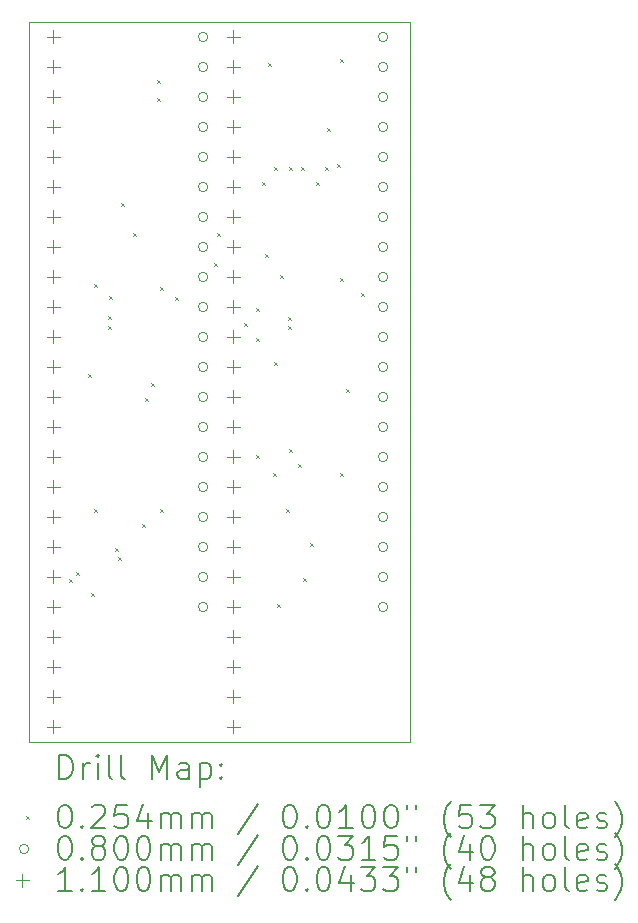
<source format=gbr>
%FSLAX45Y45*%
G04 Gerber Fmt 4.5, Leading zero omitted, Abs format (unit mm)*
G04 Created by KiCad (PCBNEW (6.0.5)) date 2024-06-24 20:21:12*
%MOMM*%
%LPD*%
G01*
G04 APERTURE LIST*
%TA.AperFunction,Profile*%
%ADD10C,0.050000*%
%TD*%
%ADD11C,0.200000*%
%ADD12C,0.025400*%
%ADD13C,0.080000*%
%ADD14C,0.110000*%
G04 APERTURE END LIST*
D10*
X15163800Y-14249400D02*
X15163800Y-8153400D01*
X18389600Y-14249400D02*
X15163800Y-14249400D01*
X15163800Y-8153400D02*
X18389600Y-8153400D01*
X18389600Y-8153400D02*
X18389600Y-14249400D01*
D11*
D12*
X15502084Y-12869716D02*
X15527484Y-12895116D01*
X15527484Y-12869716D02*
X15502084Y-12895116D01*
X15557500Y-12814300D02*
X15582900Y-12839700D01*
X15582900Y-12814300D02*
X15557500Y-12839700D01*
X15659100Y-11137900D02*
X15684500Y-11163300D01*
X15684500Y-11137900D02*
X15659100Y-11163300D01*
X15684500Y-12992100D02*
X15709900Y-13017500D01*
X15709900Y-12992100D02*
X15684500Y-13017500D01*
X15709900Y-10375900D02*
X15735300Y-10401300D01*
X15735300Y-10375900D02*
X15709900Y-10401300D01*
X15709900Y-12280900D02*
X15735300Y-12306300D01*
X15735300Y-12280900D02*
X15709900Y-12306300D01*
X15830920Y-10646587D02*
X15856320Y-10671987D01*
X15856320Y-10646587D02*
X15830920Y-10671987D01*
X15830920Y-10731500D02*
X15856320Y-10756900D01*
X15856320Y-10731500D02*
X15830920Y-10756900D01*
X15836900Y-10477500D02*
X15862300Y-10502900D01*
X15862300Y-10477500D02*
X15836900Y-10502900D01*
X15887700Y-12611100D02*
X15913100Y-12636500D01*
X15913100Y-12611100D02*
X15887700Y-12636500D01*
X15913100Y-12687300D02*
X15938500Y-12712700D01*
X15938500Y-12687300D02*
X15913100Y-12712700D01*
X15938500Y-9690100D02*
X15963900Y-9715500D01*
X15963900Y-9690100D02*
X15938500Y-9715500D01*
X16040100Y-9944100D02*
X16065500Y-9969500D01*
X16065500Y-9944100D02*
X16040100Y-9969500D01*
X16116300Y-12407900D02*
X16141700Y-12433300D01*
X16141700Y-12407900D02*
X16116300Y-12433300D01*
X16141700Y-11341100D02*
X16167100Y-11366500D01*
X16167100Y-11341100D02*
X16141700Y-11366500D01*
X16198480Y-11209872D02*
X16223880Y-11235272D01*
X16223880Y-11209872D02*
X16198480Y-11235272D01*
X16243300Y-8648700D02*
X16268700Y-8674100D01*
X16268700Y-8648700D02*
X16243300Y-8674100D01*
X16243300Y-8801100D02*
X16268700Y-8826500D01*
X16268700Y-8801100D02*
X16243300Y-8826500D01*
X16268700Y-10401300D02*
X16294100Y-10426700D01*
X16294100Y-10401300D02*
X16268700Y-10426700D01*
X16268700Y-12280900D02*
X16294100Y-12306300D01*
X16294100Y-12280900D02*
X16268700Y-12306300D01*
X16398281Y-10479000D02*
X16423681Y-10504400D01*
X16423681Y-10479000D02*
X16398281Y-10504400D01*
X16725900Y-10198100D02*
X16751300Y-10223500D01*
X16751300Y-10198100D02*
X16725900Y-10223500D01*
X16751300Y-9944100D02*
X16776700Y-9969500D01*
X16776700Y-9944100D02*
X16751300Y-9969500D01*
X16979900Y-10706100D02*
X17005300Y-10731500D01*
X17005300Y-10706100D02*
X16979900Y-10731500D01*
X17081500Y-10579100D02*
X17106900Y-10604500D01*
X17106900Y-10579100D02*
X17081500Y-10604500D01*
X17081500Y-10826434D02*
X17106900Y-10851834D01*
X17106900Y-10826434D02*
X17081500Y-10851834D01*
X17081500Y-11823700D02*
X17106900Y-11849100D01*
X17106900Y-11823700D02*
X17081500Y-11849100D01*
X17132300Y-9512300D02*
X17157700Y-9537700D01*
X17157700Y-9512300D02*
X17132300Y-9537700D01*
X17157700Y-10121900D02*
X17183100Y-10147300D01*
X17183100Y-10121900D02*
X17157700Y-10147300D01*
X17183100Y-8502280D02*
X17208500Y-8527680D01*
X17208500Y-8502280D02*
X17183100Y-8527680D01*
X17227920Y-11976100D02*
X17253320Y-12001500D01*
X17253320Y-11976100D02*
X17227920Y-12001500D01*
X17233900Y-9385300D02*
X17259300Y-9410700D01*
X17259300Y-9385300D02*
X17233900Y-9410700D01*
X17233900Y-11036300D02*
X17259300Y-11061700D01*
X17259300Y-11036300D02*
X17233900Y-11061700D01*
X17260299Y-13078165D02*
X17285699Y-13103565D01*
X17285699Y-13078165D02*
X17260299Y-13103565D01*
X17290680Y-10299700D02*
X17316080Y-10325100D01*
X17316080Y-10299700D02*
X17290680Y-10325100D01*
X17335500Y-12280900D02*
X17360900Y-12306300D01*
X17360900Y-12280900D02*
X17335500Y-12306300D01*
X17354920Y-10650162D02*
X17380320Y-10675562D01*
X17380320Y-10650162D02*
X17354920Y-10675562D01*
X17354920Y-10728532D02*
X17380320Y-10753932D01*
X17380320Y-10728532D02*
X17354920Y-10753932D01*
X17360900Y-9385300D02*
X17386300Y-9410700D01*
X17386300Y-9385300D02*
X17360900Y-9410700D01*
X17360900Y-11772900D02*
X17386300Y-11798300D01*
X17386300Y-11772900D02*
X17360900Y-11798300D01*
X17443080Y-11893455D02*
X17468480Y-11918855D01*
X17468480Y-11893455D02*
X17443080Y-11918855D01*
X17462500Y-9385300D02*
X17487900Y-9410700D01*
X17487900Y-9385300D02*
X17462500Y-9410700D01*
X17478764Y-12859700D02*
X17504164Y-12885100D01*
X17504164Y-12859700D02*
X17478764Y-12885100D01*
X17544132Y-12565732D02*
X17569532Y-12591132D01*
X17569532Y-12565732D02*
X17544132Y-12591132D01*
X17589500Y-9512300D02*
X17614900Y-9537700D01*
X17614900Y-9512300D02*
X17589500Y-9537700D01*
X17665700Y-9385300D02*
X17691100Y-9410700D01*
X17691100Y-9385300D02*
X17665700Y-9410700D01*
X17683874Y-9054203D02*
X17709274Y-9079603D01*
X17709274Y-9054203D02*
X17683874Y-9079603D01*
X17767300Y-9359900D02*
X17792700Y-9385300D01*
X17792700Y-9359900D02*
X17767300Y-9385300D01*
X17792700Y-8470900D02*
X17818100Y-8496300D01*
X17818100Y-8470900D02*
X17792700Y-8496300D01*
X17792700Y-10325100D02*
X17818100Y-10350500D01*
X17818100Y-10325100D02*
X17792700Y-10350500D01*
X17792700Y-11976100D02*
X17818100Y-12001500D01*
X17818100Y-11976100D02*
X17792700Y-12001500D01*
X17843500Y-11264900D02*
X17868900Y-11290300D01*
X17868900Y-11264900D02*
X17843500Y-11290300D01*
X17970500Y-10452100D02*
X17995900Y-10477500D01*
X17995900Y-10452100D02*
X17970500Y-10477500D01*
D13*
X16677000Y-8280400D02*
G75*
G03*
X16677000Y-8280400I-40000J0D01*
G01*
X16677000Y-8534400D02*
G75*
G03*
X16677000Y-8534400I-40000J0D01*
G01*
X16677000Y-8788400D02*
G75*
G03*
X16677000Y-8788400I-40000J0D01*
G01*
X16677000Y-9042400D02*
G75*
G03*
X16677000Y-9042400I-40000J0D01*
G01*
X16677000Y-9296400D02*
G75*
G03*
X16677000Y-9296400I-40000J0D01*
G01*
X16677000Y-9550400D02*
G75*
G03*
X16677000Y-9550400I-40000J0D01*
G01*
X16677000Y-9804400D02*
G75*
G03*
X16677000Y-9804400I-40000J0D01*
G01*
X16677000Y-10058400D02*
G75*
G03*
X16677000Y-10058400I-40000J0D01*
G01*
X16677000Y-10312400D02*
G75*
G03*
X16677000Y-10312400I-40000J0D01*
G01*
X16677000Y-10566400D02*
G75*
G03*
X16677000Y-10566400I-40000J0D01*
G01*
X16677000Y-10820400D02*
G75*
G03*
X16677000Y-10820400I-40000J0D01*
G01*
X16677000Y-11074400D02*
G75*
G03*
X16677000Y-11074400I-40000J0D01*
G01*
X16677000Y-11328400D02*
G75*
G03*
X16677000Y-11328400I-40000J0D01*
G01*
X16677000Y-11582400D02*
G75*
G03*
X16677000Y-11582400I-40000J0D01*
G01*
X16677000Y-11836400D02*
G75*
G03*
X16677000Y-11836400I-40000J0D01*
G01*
X16677000Y-12090400D02*
G75*
G03*
X16677000Y-12090400I-40000J0D01*
G01*
X16677000Y-12344400D02*
G75*
G03*
X16677000Y-12344400I-40000J0D01*
G01*
X16677000Y-12598400D02*
G75*
G03*
X16677000Y-12598400I-40000J0D01*
G01*
X16677000Y-12852400D02*
G75*
G03*
X16677000Y-12852400I-40000J0D01*
G01*
X16677000Y-13106400D02*
G75*
G03*
X16677000Y-13106400I-40000J0D01*
G01*
X18201000Y-8280400D02*
G75*
G03*
X18201000Y-8280400I-40000J0D01*
G01*
X18201000Y-8534400D02*
G75*
G03*
X18201000Y-8534400I-40000J0D01*
G01*
X18201000Y-8788400D02*
G75*
G03*
X18201000Y-8788400I-40000J0D01*
G01*
X18201000Y-9042400D02*
G75*
G03*
X18201000Y-9042400I-40000J0D01*
G01*
X18201000Y-9296400D02*
G75*
G03*
X18201000Y-9296400I-40000J0D01*
G01*
X18201000Y-9550400D02*
G75*
G03*
X18201000Y-9550400I-40000J0D01*
G01*
X18201000Y-9804400D02*
G75*
G03*
X18201000Y-9804400I-40000J0D01*
G01*
X18201000Y-10058400D02*
G75*
G03*
X18201000Y-10058400I-40000J0D01*
G01*
X18201000Y-10312400D02*
G75*
G03*
X18201000Y-10312400I-40000J0D01*
G01*
X18201000Y-10566400D02*
G75*
G03*
X18201000Y-10566400I-40000J0D01*
G01*
X18201000Y-10820400D02*
G75*
G03*
X18201000Y-10820400I-40000J0D01*
G01*
X18201000Y-11074400D02*
G75*
G03*
X18201000Y-11074400I-40000J0D01*
G01*
X18201000Y-11328400D02*
G75*
G03*
X18201000Y-11328400I-40000J0D01*
G01*
X18201000Y-11582400D02*
G75*
G03*
X18201000Y-11582400I-40000J0D01*
G01*
X18201000Y-11836400D02*
G75*
G03*
X18201000Y-11836400I-40000J0D01*
G01*
X18201000Y-12090400D02*
G75*
G03*
X18201000Y-12090400I-40000J0D01*
G01*
X18201000Y-12344400D02*
G75*
G03*
X18201000Y-12344400I-40000J0D01*
G01*
X18201000Y-12598400D02*
G75*
G03*
X18201000Y-12598400I-40000J0D01*
G01*
X18201000Y-12852400D02*
G75*
G03*
X18201000Y-12852400I-40000J0D01*
G01*
X18201000Y-13106400D02*
G75*
G03*
X18201000Y-13106400I-40000J0D01*
G01*
D14*
X15367000Y-8225400D02*
X15367000Y-8335400D01*
X15312000Y-8280400D02*
X15422000Y-8280400D01*
X15367000Y-8479400D02*
X15367000Y-8589400D01*
X15312000Y-8534400D02*
X15422000Y-8534400D01*
X15367000Y-8733400D02*
X15367000Y-8843400D01*
X15312000Y-8788400D02*
X15422000Y-8788400D01*
X15367000Y-8987400D02*
X15367000Y-9097400D01*
X15312000Y-9042400D02*
X15422000Y-9042400D01*
X15367000Y-9241400D02*
X15367000Y-9351400D01*
X15312000Y-9296400D02*
X15422000Y-9296400D01*
X15367000Y-9495400D02*
X15367000Y-9605400D01*
X15312000Y-9550400D02*
X15422000Y-9550400D01*
X15367000Y-9749400D02*
X15367000Y-9859400D01*
X15312000Y-9804400D02*
X15422000Y-9804400D01*
X15367000Y-10003400D02*
X15367000Y-10113400D01*
X15312000Y-10058400D02*
X15422000Y-10058400D01*
X15367000Y-10257400D02*
X15367000Y-10367400D01*
X15312000Y-10312400D02*
X15422000Y-10312400D01*
X15367000Y-10511400D02*
X15367000Y-10621400D01*
X15312000Y-10566400D02*
X15422000Y-10566400D01*
X15367000Y-10765400D02*
X15367000Y-10875400D01*
X15312000Y-10820400D02*
X15422000Y-10820400D01*
X15367000Y-11019400D02*
X15367000Y-11129400D01*
X15312000Y-11074400D02*
X15422000Y-11074400D01*
X15367000Y-11273400D02*
X15367000Y-11383400D01*
X15312000Y-11328400D02*
X15422000Y-11328400D01*
X15367000Y-11527400D02*
X15367000Y-11637400D01*
X15312000Y-11582400D02*
X15422000Y-11582400D01*
X15367000Y-11781400D02*
X15367000Y-11891400D01*
X15312000Y-11836400D02*
X15422000Y-11836400D01*
X15367000Y-12035400D02*
X15367000Y-12145400D01*
X15312000Y-12090400D02*
X15422000Y-12090400D01*
X15367000Y-12289400D02*
X15367000Y-12399400D01*
X15312000Y-12344400D02*
X15422000Y-12344400D01*
X15367000Y-12543400D02*
X15367000Y-12653400D01*
X15312000Y-12598400D02*
X15422000Y-12598400D01*
X15367000Y-12797400D02*
X15367000Y-12907400D01*
X15312000Y-12852400D02*
X15422000Y-12852400D01*
X15367000Y-13051400D02*
X15367000Y-13161400D01*
X15312000Y-13106400D02*
X15422000Y-13106400D01*
X15367000Y-13305400D02*
X15367000Y-13415400D01*
X15312000Y-13360400D02*
X15422000Y-13360400D01*
X15367000Y-13559400D02*
X15367000Y-13669400D01*
X15312000Y-13614400D02*
X15422000Y-13614400D01*
X15367000Y-13813400D02*
X15367000Y-13923400D01*
X15312000Y-13868400D02*
X15422000Y-13868400D01*
X15367000Y-14067400D02*
X15367000Y-14177400D01*
X15312000Y-14122400D02*
X15422000Y-14122400D01*
X16891000Y-8225400D02*
X16891000Y-8335400D01*
X16836000Y-8280400D02*
X16946000Y-8280400D01*
X16891000Y-8479400D02*
X16891000Y-8589400D01*
X16836000Y-8534400D02*
X16946000Y-8534400D01*
X16891000Y-8733400D02*
X16891000Y-8843400D01*
X16836000Y-8788400D02*
X16946000Y-8788400D01*
X16891000Y-8987400D02*
X16891000Y-9097400D01*
X16836000Y-9042400D02*
X16946000Y-9042400D01*
X16891000Y-9241400D02*
X16891000Y-9351400D01*
X16836000Y-9296400D02*
X16946000Y-9296400D01*
X16891000Y-9495400D02*
X16891000Y-9605400D01*
X16836000Y-9550400D02*
X16946000Y-9550400D01*
X16891000Y-9749400D02*
X16891000Y-9859400D01*
X16836000Y-9804400D02*
X16946000Y-9804400D01*
X16891000Y-10003400D02*
X16891000Y-10113400D01*
X16836000Y-10058400D02*
X16946000Y-10058400D01*
X16891000Y-10257400D02*
X16891000Y-10367400D01*
X16836000Y-10312400D02*
X16946000Y-10312400D01*
X16891000Y-10511400D02*
X16891000Y-10621400D01*
X16836000Y-10566400D02*
X16946000Y-10566400D01*
X16891000Y-10765400D02*
X16891000Y-10875400D01*
X16836000Y-10820400D02*
X16946000Y-10820400D01*
X16891000Y-11019400D02*
X16891000Y-11129400D01*
X16836000Y-11074400D02*
X16946000Y-11074400D01*
X16891000Y-11273400D02*
X16891000Y-11383400D01*
X16836000Y-11328400D02*
X16946000Y-11328400D01*
X16891000Y-11527400D02*
X16891000Y-11637400D01*
X16836000Y-11582400D02*
X16946000Y-11582400D01*
X16891000Y-11781400D02*
X16891000Y-11891400D01*
X16836000Y-11836400D02*
X16946000Y-11836400D01*
X16891000Y-12035400D02*
X16891000Y-12145400D01*
X16836000Y-12090400D02*
X16946000Y-12090400D01*
X16891000Y-12289400D02*
X16891000Y-12399400D01*
X16836000Y-12344400D02*
X16946000Y-12344400D01*
X16891000Y-12543400D02*
X16891000Y-12653400D01*
X16836000Y-12598400D02*
X16946000Y-12598400D01*
X16891000Y-12797400D02*
X16891000Y-12907400D01*
X16836000Y-12852400D02*
X16946000Y-12852400D01*
X16891000Y-13051400D02*
X16891000Y-13161400D01*
X16836000Y-13106400D02*
X16946000Y-13106400D01*
X16891000Y-13305400D02*
X16891000Y-13415400D01*
X16836000Y-13360400D02*
X16946000Y-13360400D01*
X16891000Y-13559400D02*
X16891000Y-13669400D01*
X16836000Y-13614400D02*
X16946000Y-13614400D01*
X16891000Y-13813400D02*
X16891000Y-13923400D01*
X16836000Y-13868400D02*
X16946000Y-13868400D01*
X16891000Y-14067400D02*
X16891000Y-14177400D01*
X16836000Y-14122400D02*
X16946000Y-14122400D01*
D11*
X15418919Y-14562376D02*
X15418919Y-14362376D01*
X15466538Y-14362376D01*
X15495109Y-14371900D01*
X15514157Y-14390948D01*
X15523681Y-14409995D01*
X15533205Y-14448090D01*
X15533205Y-14476662D01*
X15523681Y-14514757D01*
X15514157Y-14533805D01*
X15495109Y-14552852D01*
X15466538Y-14562376D01*
X15418919Y-14562376D01*
X15618919Y-14562376D02*
X15618919Y-14429043D01*
X15618919Y-14467138D02*
X15628443Y-14448090D01*
X15637967Y-14438567D01*
X15657014Y-14429043D01*
X15676062Y-14429043D01*
X15742728Y-14562376D02*
X15742728Y-14429043D01*
X15742728Y-14362376D02*
X15733205Y-14371900D01*
X15742728Y-14381424D01*
X15752252Y-14371900D01*
X15742728Y-14362376D01*
X15742728Y-14381424D01*
X15866538Y-14562376D02*
X15847490Y-14552852D01*
X15837967Y-14533805D01*
X15837967Y-14362376D01*
X15971300Y-14562376D02*
X15952252Y-14552852D01*
X15942728Y-14533805D01*
X15942728Y-14362376D01*
X16199871Y-14562376D02*
X16199871Y-14362376D01*
X16266538Y-14505233D01*
X16333205Y-14362376D01*
X16333205Y-14562376D01*
X16514157Y-14562376D02*
X16514157Y-14457614D01*
X16504633Y-14438567D01*
X16485586Y-14429043D01*
X16447490Y-14429043D01*
X16428443Y-14438567D01*
X16514157Y-14552852D02*
X16495109Y-14562376D01*
X16447490Y-14562376D01*
X16428443Y-14552852D01*
X16418919Y-14533805D01*
X16418919Y-14514757D01*
X16428443Y-14495709D01*
X16447490Y-14486186D01*
X16495109Y-14486186D01*
X16514157Y-14476662D01*
X16609395Y-14429043D02*
X16609395Y-14629043D01*
X16609395Y-14438567D02*
X16628443Y-14429043D01*
X16666538Y-14429043D01*
X16685586Y-14438567D01*
X16695109Y-14448090D01*
X16704633Y-14467138D01*
X16704633Y-14524281D01*
X16695109Y-14543328D01*
X16685586Y-14552852D01*
X16666538Y-14562376D01*
X16628443Y-14562376D01*
X16609395Y-14552852D01*
X16790348Y-14543328D02*
X16799871Y-14552852D01*
X16790348Y-14562376D01*
X16780824Y-14552852D01*
X16790348Y-14543328D01*
X16790348Y-14562376D01*
X16790348Y-14438567D02*
X16799871Y-14448090D01*
X16790348Y-14457614D01*
X16780824Y-14448090D01*
X16790348Y-14438567D01*
X16790348Y-14457614D01*
D12*
X15135900Y-14879200D02*
X15161300Y-14904600D01*
X15161300Y-14879200D02*
X15135900Y-14904600D01*
D11*
X15457014Y-14782376D02*
X15476062Y-14782376D01*
X15495109Y-14791900D01*
X15504633Y-14801424D01*
X15514157Y-14820471D01*
X15523681Y-14858567D01*
X15523681Y-14906186D01*
X15514157Y-14944281D01*
X15504633Y-14963328D01*
X15495109Y-14972852D01*
X15476062Y-14982376D01*
X15457014Y-14982376D01*
X15437967Y-14972852D01*
X15428443Y-14963328D01*
X15418919Y-14944281D01*
X15409395Y-14906186D01*
X15409395Y-14858567D01*
X15418919Y-14820471D01*
X15428443Y-14801424D01*
X15437967Y-14791900D01*
X15457014Y-14782376D01*
X15609395Y-14963328D02*
X15618919Y-14972852D01*
X15609395Y-14982376D01*
X15599871Y-14972852D01*
X15609395Y-14963328D01*
X15609395Y-14982376D01*
X15695109Y-14801424D02*
X15704633Y-14791900D01*
X15723681Y-14782376D01*
X15771300Y-14782376D01*
X15790348Y-14791900D01*
X15799871Y-14801424D01*
X15809395Y-14820471D01*
X15809395Y-14839519D01*
X15799871Y-14868090D01*
X15685586Y-14982376D01*
X15809395Y-14982376D01*
X15990348Y-14782376D02*
X15895109Y-14782376D01*
X15885586Y-14877614D01*
X15895109Y-14868090D01*
X15914157Y-14858567D01*
X15961776Y-14858567D01*
X15980824Y-14868090D01*
X15990348Y-14877614D01*
X15999871Y-14896662D01*
X15999871Y-14944281D01*
X15990348Y-14963328D01*
X15980824Y-14972852D01*
X15961776Y-14982376D01*
X15914157Y-14982376D01*
X15895109Y-14972852D01*
X15885586Y-14963328D01*
X16171300Y-14849043D02*
X16171300Y-14982376D01*
X16123681Y-14772852D02*
X16076062Y-14915709D01*
X16199871Y-14915709D01*
X16276062Y-14982376D02*
X16276062Y-14849043D01*
X16276062Y-14868090D02*
X16285586Y-14858567D01*
X16304633Y-14849043D01*
X16333205Y-14849043D01*
X16352252Y-14858567D01*
X16361776Y-14877614D01*
X16361776Y-14982376D01*
X16361776Y-14877614D02*
X16371300Y-14858567D01*
X16390348Y-14849043D01*
X16418919Y-14849043D01*
X16437967Y-14858567D01*
X16447490Y-14877614D01*
X16447490Y-14982376D01*
X16542728Y-14982376D02*
X16542728Y-14849043D01*
X16542728Y-14868090D02*
X16552252Y-14858567D01*
X16571300Y-14849043D01*
X16599871Y-14849043D01*
X16618919Y-14858567D01*
X16628443Y-14877614D01*
X16628443Y-14982376D01*
X16628443Y-14877614D02*
X16637967Y-14858567D01*
X16657014Y-14849043D01*
X16685586Y-14849043D01*
X16704633Y-14858567D01*
X16714157Y-14877614D01*
X16714157Y-14982376D01*
X17104633Y-14772852D02*
X16933205Y-15029995D01*
X17361776Y-14782376D02*
X17380824Y-14782376D01*
X17399871Y-14791900D01*
X17409395Y-14801424D01*
X17418919Y-14820471D01*
X17428443Y-14858567D01*
X17428443Y-14906186D01*
X17418919Y-14944281D01*
X17409395Y-14963328D01*
X17399871Y-14972852D01*
X17380824Y-14982376D01*
X17361776Y-14982376D01*
X17342729Y-14972852D01*
X17333205Y-14963328D01*
X17323681Y-14944281D01*
X17314157Y-14906186D01*
X17314157Y-14858567D01*
X17323681Y-14820471D01*
X17333205Y-14801424D01*
X17342729Y-14791900D01*
X17361776Y-14782376D01*
X17514157Y-14963328D02*
X17523681Y-14972852D01*
X17514157Y-14982376D01*
X17504633Y-14972852D01*
X17514157Y-14963328D01*
X17514157Y-14982376D01*
X17647490Y-14782376D02*
X17666538Y-14782376D01*
X17685586Y-14791900D01*
X17695110Y-14801424D01*
X17704633Y-14820471D01*
X17714157Y-14858567D01*
X17714157Y-14906186D01*
X17704633Y-14944281D01*
X17695110Y-14963328D01*
X17685586Y-14972852D01*
X17666538Y-14982376D01*
X17647490Y-14982376D01*
X17628443Y-14972852D01*
X17618919Y-14963328D01*
X17609395Y-14944281D01*
X17599871Y-14906186D01*
X17599871Y-14858567D01*
X17609395Y-14820471D01*
X17618919Y-14801424D01*
X17628443Y-14791900D01*
X17647490Y-14782376D01*
X17904633Y-14982376D02*
X17790348Y-14982376D01*
X17847490Y-14982376D02*
X17847490Y-14782376D01*
X17828443Y-14810948D01*
X17809395Y-14829995D01*
X17790348Y-14839519D01*
X18028443Y-14782376D02*
X18047490Y-14782376D01*
X18066538Y-14791900D01*
X18076062Y-14801424D01*
X18085586Y-14820471D01*
X18095110Y-14858567D01*
X18095110Y-14906186D01*
X18085586Y-14944281D01*
X18076062Y-14963328D01*
X18066538Y-14972852D01*
X18047490Y-14982376D01*
X18028443Y-14982376D01*
X18009395Y-14972852D01*
X17999871Y-14963328D01*
X17990348Y-14944281D01*
X17980824Y-14906186D01*
X17980824Y-14858567D01*
X17990348Y-14820471D01*
X17999871Y-14801424D01*
X18009395Y-14791900D01*
X18028443Y-14782376D01*
X18218919Y-14782376D02*
X18237967Y-14782376D01*
X18257014Y-14791900D01*
X18266538Y-14801424D01*
X18276062Y-14820471D01*
X18285586Y-14858567D01*
X18285586Y-14906186D01*
X18276062Y-14944281D01*
X18266538Y-14963328D01*
X18257014Y-14972852D01*
X18237967Y-14982376D01*
X18218919Y-14982376D01*
X18199871Y-14972852D01*
X18190348Y-14963328D01*
X18180824Y-14944281D01*
X18171300Y-14906186D01*
X18171300Y-14858567D01*
X18180824Y-14820471D01*
X18190348Y-14801424D01*
X18199871Y-14791900D01*
X18218919Y-14782376D01*
X18361776Y-14782376D02*
X18361776Y-14820471D01*
X18437967Y-14782376D02*
X18437967Y-14820471D01*
X18733205Y-15058567D02*
X18723681Y-15049043D01*
X18704633Y-15020471D01*
X18695110Y-15001424D01*
X18685586Y-14972852D01*
X18676062Y-14925233D01*
X18676062Y-14887138D01*
X18685586Y-14839519D01*
X18695110Y-14810948D01*
X18704633Y-14791900D01*
X18723681Y-14763328D01*
X18733205Y-14753805D01*
X18904633Y-14782376D02*
X18809395Y-14782376D01*
X18799871Y-14877614D01*
X18809395Y-14868090D01*
X18828443Y-14858567D01*
X18876062Y-14858567D01*
X18895110Y-14868090D01*
X18904633Y-14877614D01*
X18914157Y-14896662D01*
X18914157Y-14944281D01*
X18904633Y-14963328D01*
X18895110Y-14972852D01*
X18876062Y-14982376D01*
X18828443Y-14982376D01*
X18809395Y-14972852D01*
X18799871Y-14963328D01*
X18980824Y-14782376D02*
X19104633Y-14782376D01*
X19037967Y-14858567D01*
X19066538Y-14858567D01*
X19085586Y-14868090D01*
X19095110Y-14877614D01*
X19104633Y-14896662D01*
X19104633Y-14944281D01*
X19095110Y-14963328D01*
X19085586Y-14972852D01*
X19066538Y-14982376D01*
X19009395Y-14982376D01*
X18990348Y-14972852D01*
X18980824Y-14963328D01*
X19342729Y-14982376D02*
X19342729Y-14782376D01*
X19428443Y-14982376D02*
X19428443Y-14877614D01*
X19418919Y-14858567D01*
X19399871Y-14849043D01*
X19371300Y-14849043D01*
X19352252Y-14858567D01*
X19342729Y-14868090D01*
X19552252Y-14982376D02*
X19533205Y-14972852D01*
X19523681Y-14963328D01*
X19514157Y-14944281D01*
X19514157Y-14887138D01*
X19523681Y-14868090D01*
X19533205Y-14858567D01*
X19552252Y-14849043D01*
X19580824Y-14849043D01*
X19599871Y-14858567D01*
X19609395Y-14868090D01*
X19618919Y-14887138D01*
X19618919Y-14944281D01*
X19609395Y-14963328D01*
X19599871Y-14972852D01*
X19580824Y-14982376D01*
X19552252Y-14982376D01*
X19733205Y-14982376D02*
X19714157Y-14972852D01*
X19704633Y-14953805D01*
X19704633Y-14782376D01*
X19885586Y-14972852D02*
X19866538Y-14982376D01*
X19828443Y-14982376D01*
X19809395Y-14972852D01*
X19799871Y-14953805D01*
X19799871Y-14877614D01*
X19809395Y-14858567D01*
X19828443Y-14849043D01*
X19866538Y-14849043D01*
X19885586Y-14858567D01*
X19895110Y-14877614D01*
X19895110Y-14896662D01*
X19799871Y-14915709D01*
X19971300Y-14972852D02*
X19990348Y-14982376D01*
X20028443Y-14982376D01*
X20047490Y-14972852D01*
X20057014Y-14953805D01*
X20057014Y-14944281D01*
X20047490Y-14925233D01*
X20028443Y-14915709D01*
X19999871Y-14915709D01*
X19980824Y-14906186D01*
X19971300Y-14887138D01*
X19971300Y-14877614D01*
X19980824Y-14858567D01*
X19999871Y-14849043D01*
X20028443Y-14849043D01*
X20047490Y-14858567D01*
X20123681Y-15058567D02*
X20133205Y-15049043D01*
X20152252Y-15020471D01*
X20161776Y-15001424D01*
X20171300Y-14972852D01*
X20180824Y-14925233D01*
X20180824Y-14887138D01*
X20171300Y-14839519D01*
X20161776Y-14810948D01*
X20152252Y-14791900D01*
X20133205Y-14763328D01*
X20123681Y-14753805D01*
D13*
X15161300Y-15155900D02*
G75*
G03*
X15161300Y-15155900I-40000J0D01*
G01*
D11*
X15457014Y-15046376D02*
X15476062Y-15046376D01*
X15495109Y-15055900D01*
X15504633Y-15065424D01*
X15514157Y-15084471D01*
X15523681Y-15122567D01*
X15523681Y-15170186D01*
X15514157Y-15208281D01*
X15504633Y-15227328D01*
X15495109Y-15236852D01*
X15476062Y-15246376D01*
X15457014Y-15246376D01*
X15437967Y-15236852D01*
X15428443Y-15227328D01*
X15418919Y-15208281D01*
X15409395Y-15170186D01*
X15409395Y-15122567D01*
X15418919Y-15084471D01*
X15428443Y-15065424D01*
X15437967Y-15055900D01*
X15457014Y-15046376D01*
X15609395Y-15227328D02*
X15618919Y-15236852D01*
X15609395Y-15246376D01*
X15599871Y-15236852D01*
X15609395Y-15227328D01*
X15609395Y-15246376D01*
X15733205Y-15132090D02*
X15714157Y-15122567D01*
X15704633Y-15113043D01*
X15695109Y-15093995D01*
X15695109Y-15084471D01*
X15704633Y-15065424D01*
X15714157Y-15055900D01*
X15733205Y-15046376D01*
X15771300Y-15046376D01*
X15790348Y-15055900D01*
X15799871Y-15065424D01*
X15809395Y-15084471D01*
X15809395Y-15093995D01*
X15799871Y-15113043D01*
X15790348Y-15122567D01*
X15771300Y-15132090D01*
X15733205Y-15132090D01*
X15714157Y-15141614D01*
X15704633Y-15151138D01*
X15695109Y-15170186D01*
X15695109Y-15208281D01*
X15704633Y-15227328D01*
X15714157Y-15236852D01*
X15733205Y-15246376D01*
X15771300Y-15246376D01*
X15790348Y-15236852D01*
X15799871Y-15227328D01*
X15809395Y-15208281D01*
X15809395Y-15170186D01*
X15799871Y-15151138D01*
X15790348Y-15141614D01*
X15771300Y-15132090D01*
X15933205Y-15046376D02*
X15952252Y-15046376D01*
X15971300Y-15055900D01*
X15980824Y-15065424D01*
X15990348Y-15084471D01*
X15999871Y-15122567D01*
X15999871Y-15170186D01*
X15990348Y-15208281D01*
X15980824Y-15227328D01*
X15971300Y-15236852D01*
X15952252Y-15246376D01*
X15933205Y-15246376D01*
X15914157Y-15236852D01*
X15904633Y-15227328D01*
X15895109Y-15208281D01*
X15885586Y-15170186D01*
X15885586Y-15122567D01*
X15895109Y-15084471D01*
X15904633Y-15065424D01*
X15914157Y-15055900D01*
X15933205Y-15046376D01*
X16123681Y-15046376D02*
X16142728Y-15046376D01*
X16161776Y-15055900D01*
X16171300Y-15065424D01*
X16180824Y-15084471D01*
X16190348Y-15122567D01*
X16190348Y-15170186D01*
X16180824Y-15208281D01*
X16171300Y-15227328D01*
X16161776Y-15236852D01*
X16142728Y-15246376D01*
X16123681Y-15246376D01*
X16104633Y-15236852D01*
X16095109Y-15227328D01*
X16085586Y-15208281D01*
X16076062Y-15170186D01*
X16076062Y-15122567D01*
X16085586Y-15084471D01*
X16095109Y-15065424D01*
X16104633Y-15055900D01*
X16123681Y-15046376D01*
X16276062Y-15246376D02*
X16276062Y-15113043D01*
X16276062Y-15132090D02*
X16285586Y-15122567D01*
X16304633Y-15113043D01*
X16333205Y-15113043D01*
X16352252Y-15122567D01*
X16361776Y-15141614D01*
X16361776Y-15246376D01*
X16361776Y-15141614D02*
X16371300Y-15122567D01*
X16390348Y-15113043D01*
X16418919Y-15113043D01*
X16437967Y-15122567D01*
X16447490Y-15141614D01*
X16447490Y-15246376D01*
X16542728Y-15246376D02*
X16542728Y-15113043D01*
X16542728Y-15132090D02*
X16552252Y-15122567D01*
X16571300Y-15113043D01*
X16599871Y-15113043D01*
X16618919Y-15122567D01*
X16628443Y-15141614D01*
X16628443Y-15246376D01*
X16628443Y-15141614D02*
X16637967Y-15122567D01*
X16657014Y-15113043D01*
X16685586Y-15113043D01*
X16704633Y-15122567D01*
X16714157Y-15141614D01*
X16714157Y-15246376D01*
X17104633Y-15036852D02*
X16933205Y-15293995D01*
X17361776Y-15046376D02*
X17380824Y-15046376D01*
X17399871Y-15055900D01*
X17409395Y-15065424D01*
X17418919Y-15084471D01*
X17428443Y-15122567D01*
X17428443Y-15170186D01*
X17418919Y-15208281D01*
X17409395Y-15227328D01*
X17399871Y-15236852D01*
X17380824Y-15246376D01*
X17361776Y-15246376D01*
X17342729Y-15236852D01*
X17333205Y-15227328D01*
X17323681Y-15208281D01*
X17314157Y-15170186D01*
X17314157Y-15122567D01*
X17323681Y-15084471D01*
X17333205Y-15065424D01*
X17342729Y-15055900D01*
X17361776Y-15046376D01*
X17514157Y-15227328D02*
X17523681Y-15236852D01*
X17514157Y-15246376D01*
X17504633Y-15236852D01*
X17514157Y-15227328D01*
X17514157Y-15246376D01*
X17647490Y-15046376D02*
X17666538Y-15046376D01*
X17685586Y-15055900D01*
X17695110Y-15065424D01*
X17704633Y-15084471D01*
X17714157Y-15122567D01*
X17714157Y-15170186D01*
X17704633Y-15208281D01*
X17695110Y-15227328D01*
X17685586Y-15236852D01*
X17666538Y-15246376D01*
X17647490Y-15246376D01*
X17628443Y-15236852D01*
X17618919Y-15227328D01*
X17609395Y-15208281D01*
X17599871Y-15170186D01*
X17599871Y-15122567D01*
X17609395Y-15084471D01*
X17618919Y-15065424D01*
X17628443Y-15055900D01*
X17647490Y-15046376D01*
X17780824Y-15046376D02*
X17904633Y-15046376D01*
X17837967Y-15122567D01*
X17866538Y-15122567D01*
X17885586Y-15132090D01*
X17895110Y-15141614D01*
X17904633Y-15160662D01*
X17904633Y-15208281D01*
X17895110Y-15227328D01*
X17885586Y-15236852D01*
X17866538Y-15246376D01*
X17809395Y-15246376D01*
X17790348Y-15236852D01*
X17780824Y-15227328D01*
X18095110Y-15246376D02*
X17980824Y-15246376D01*
X18037967Y-15246376D02*
X18037967Y-15046376D01*
X18018919Y-15074948D01*
X17999871Y-15093995D01*
X17980824Y-15103519D01*
X18276062Y-15046376D02*
X18180824Y-15046376D01*
X18171300Y-15141614D01*
X18180824Y-15132090D01*
X18199871Y-15122567D01*
X18247490Y-15122567D01*
X18266538Y-15132090D01*
X18276062Y-15141614D01*
X18285586Y-15160662D01*
X18285586Y-15208281D01*
X18276062Y-15227328D01*
X18266538Y-15236852D01*
X18247490Y-15246376D01*
X18199871Y-15246376D01*
X18180824Y-15236852D01*
X18171300Y-15227328D01*
X18361776Y-15046376D02*
X18361776Y-15084471D01*
X18437967Y-15046376D02*
X18437967Y-15084471D01*
X18733205Y-15322567D02*
X18723681Y-15313043D01*
X18704633Y-15284471D01*
X18695110Y-15265424D01*
X18685586Y-15236852D01*
X18676062Y-15189233D01*
X18676062Y-15151138D01*
X18685586Y-15103519D01*
X18695110Y-15074948D01*
X18704633Y-15055900D01*
X18723681Y-15027328D01*
X18733205Y-15017805D01*
X18895110Y-15113043D02*
X18895110Y-15246376D01*
X18847490Y-15036852D02*
X18799871Y-15179709D01*
X18923681Y-15179709D01*
X19037967Y-15046376D02*
X19057014Y-15046376D01*
X19076062Y-15055900D01*
X19085586Y-15065424D01*
X19095110Y-15084471D01*
X19104633Y-15122567D01*
X19104633Y-15170186D01*
X19095110Y-15208281D01*
X19085586Y-15227328D01*
X19076062Y-15236852D01*
X19057014Y-15246376D01*
X19037967Y-15246376D01*
X19018919Y-15236852D01*
X19009395Y-15227328D01*
X18999871Y-15208281D01*
X18990348Y-15170186D01*
X18990348Y-15122567D01*
X18999871Y-15084471D01*
X19009395Y-15065424D01*
X19018919Y-15055900D01*
X19037967Y-15046376D01*
X19342729Y-15246376D02*
X19342729Y-15046376D01*
X19428443Y-15246376D02*
X19428443Y-15141614D01*
X19418919Y-15122567D01*
X19399871Y-15113043D01*
X19371300Y-15113043D01*
X19352252Y-15122567D01*
X19342729Y-15132090D01*
X19552252Y-15246376D02*
X19533205Y-15236852D01*
X19523681Y-15227328D01*
X19514157Y-15208281D01*
X19514157Y-15151138D01*
X19523681Y-15132090D01*
X19533205Y-15122567D01*
X19552252Y-15113043D01*
X19580824Y-15113043D01*
X19599871Y-15122567D01*
X19609395Y-15132090D01*
X19618919Y-15151138D01*
X19618919Y-15208281D01*
X19609395Y-15227328D01*
X19599871Y-15236852D01*
X19580824Y-15246376D01*
X19552252Y-15246376D01*
X19733205Y-15246376D02*
X19714157Y-15236852D01*
X19704633Y-15217805D01*
X19704633Y-15046376D01*
X19885586Y-15236852D02*
X19866538Y-15246376D01*
X19828443Y-15246376D01*
X19809395Y-15236852D01*
X19799871Y-15217805D01*
X19799871Y-15141614D01*
X19809395Y-15122567D01*
X19828443Y-15113043D01*
X19866538Y-15113043D01*
X19885586Y-15122567D01*
X19895110Y-15141614D01*
X19895110Y-15160662D01*
X19799871Y-15179709D01*
X19971300Y-15236852D02*
X19990348Y-15246376D01*
X20028443Y-15246376D01*
X20047490Y-15236852D01*
X20057014Y-15217805D01*
X20057014Y-15208281D01*
X20047490Y-15189233D01*
X20028443Y-15179709D01*
X19999871Y-15179709D01*
X19980824Y-15170186D01*
X19971300Y-15151138D01*
X19971300Y-15141614D01*
X19980824Y-15122567D01*
X19999871Y-15113043D01*
X20028443Y-15113043D01*
X20047490Y-15122567D01*
X20123681Y-15322567D02*
X20133205Y-15313043D01*
X20152252Y-15284471D01*
X20161776Y-15265424D01*
X20171300Y-15236852D01*
X20180824Y-15189233D01*
X20180824Y-15151138D01*
X20171300Y-15103519D01*
X20161776Y-15074948D01*
X20152252Y-15055900D01*
X20133205Y-15027328D01*
X20123681Y-15017805D01*
D14*
X15106300Y-15364900D02*
X15106300Y-15474900D01*
X15051300Y-15419900D02*
X15161300Y-15419900D01*
D11*
X15523681Y-15510376D02*
X15409395Y-15510376D01*
X15466538Y-15510376D02*
X15466538Y-15310376D01*
X15447490Y-15338948D01*
X15428443Y-15357995D01*
X15409395Y-15367519D01*
X15609395Y-15491328D02*
X15618919Y-15500852D01*
X15609395Y-15510376D01*
X15599871Y-15500852D01*
X15609395Y-15491328D01*
X15609395Y-15510376D01*
X15809395Y-15510376D02*
X15695109Y-15510376D01*
X15752252Y-15510376D02*
X15752252Y-15310376D01*
X15733205Y-15338948D01*
X15714157Y-15357995D01*
X15695109Y-15367519D01*
X15933205Y-15310376D02*
X15952252Y-15310376D01*
X15971300Y-15319900D01*
X15980824Y-15329424D01*
X15990348Y-15348471D01*
X15999871Y-15386567D01*
X15999871Y-15434186D01*
X15990348Y-15472281D01*
X15980824Y-15491328D01*
X15971300Y-15500852D01*
X15952252Y-15510376D01*
X15933205Y-15510376D01*
X15914157Y-15500852D01*
X15904633Y-15491328D01*
X15895109Y-15472281D01*
X15885586Y-15434186D01*
X15885586Y-15386567D01*
X15895109Y-15348471D01*
X15904633Y-15329424D01*
X15914157Y-15319900D01*
X15933205Y-15310376D01*
X16123681Y-15310376D02*
X16142728Y-15310376D01*
X16161776Y-15319900D01*
X16171300Y-15329424D01*
X16180824Y-15348471D01*
X16190348Y-15386567D01*
X16190348Y-15434186D01*
X16180824Y-15472281D01*
X16171300Y-15491328D01*
X16161776Y-15500852D01*
X16142728Y-15510376D01*
X16123681Y-15510376D01*
X16104633Y-15500852D01*
X16095109Y-15491328D01*
X16085586Y-15472281D01*
X16076062Y-15434186D01*
X16076062Y-15386567D01*
X16085586Y-15348471D01*
X16095109Y-15329424D01*
X16104633Y-15319900D01*
X16123681Y-15310376D01*
X16276062Y-15510376D02*
X16276062Y-15377043D01*
X16276062Y-15396090D02*
X16285586Y-15386567D01*
X16304633Y-15377043D01*
X16333205Y-15377043D01*
X16352252Y-15386567D01*
X16361776Y-15405614D01*
X16361776Y-15510376D01*
X16361776Y-15405614D02*
X16371300Y-15386567D01*
X16390348Y-15377043D01*
X16418919Y-15377043D01*
X16437967Y-15386567D01*
X16447490Y-15405614D01*
X16447490Y-15510376D01*
X16542728Y-15510376D02*
X16542728Y-15377043D01*
X16542728Y-15396090D02*
X16552252Y-15386567D01*
X16571300Y-15377043D01*
X16599871Y-15377043D01*
X16618919Y-15386567D01*
X16628443Y-15405614D01*
X16628443Y-15510376D01*
X16628443Y-15405614D02*
X16637967Y-15386567D01*
X16657014Y-15377043D01*
X16685586Y-15377043D01*
X16704633Y-15386567D01*
X16714157Y-15405614D01*
X16714157Y-15510376D01*
X17104633Y-15300852D02*
X16933205Y-15557995D01*
X17361776Y-15310376D02*
X17380824Y-15310376D01*
X17399871Y-15319900D01*
X17409395Y-15329424D01*
X17418919Y-15348471D01*
X17428443Y-15386567D01*
X17428443Y-15434186D01*
X17418919Y-15472281D01*
X17409395Y-15491328D01*
X17399871Y-15500852D01*
X17380824Y-15510376D01*
X17361776Y-15510376D01*
X17342729Y-15500852D01*
X17333205Y-15491328D01*
X17323681Y-15472281D01*
X17314157Y-15434186D01*
X17314157Y-15386567D01*
X17323681Y-15348471D01*
X17333205Y-15329424D01*
X17342729Y-15319900D01*
X17361776Y-15310376D01*
X17514157Y-15491328D02*
X17523681Y-15500852D01*
X17514157Y-15510376D01*
X17504633Y-15500852D01*
X17514157Y-15491328D01*
X17514157Y-15510376D01*
X17647490Y-15310376D02*
X17666538Y-15310376D01*
X17685586Y-15319900D01*
X17695110Y-15329424D01*
X17704633Y-15348471D01*
X17714157Y-15386567D01*
X17714157Y-15434186D01*
X17704633Y-15472281D01*
X17695110Y-15491328D01*
X17685586Y-15500852D01*
X17666538Y-15510376D01*
X17647490Y-15510376D01*
X17628443Y-15500852D01*
X17618919Y-15491328D01*
X17609395Y-15472281D01*
X17599871Y-15434186D01*
X17599871Y-15386567D01*
X17609395Y-15348471D01*
X17618919Y-15329424D01*
X17628443Y-15319900D01*
X17647490Y-15310376D01*
X17885586Y-15377043D02*
X17885586Y-15510376D01*
X17837967Y-15300852D02*
X17790348Y-15443709D01*
X17914157Y-15443709D01*
X17971300Y-15310376D02*
X18095110Y-15310376D01*
X18028443Y-15386567D01*
X18057014Y-15386567D01*
X18076062Y-15396090D01*
X18085586Y-15405614D01*
X18095110Y-15424662D01*
X18095110Y-15472281D01*
X18085586Y-15491328D01*
X18076062Y-15500852D01*
X18057014Y-15510376D01*
X17999871Y-15510376D01*
X17980824Y-15500852D01*
X17971300Y-15491328D01*
X18161776Y-15310376D02*
X18285586Y-15310376D01*
X18218919Y-15386567D01*
X18247490Y-15386567D01*
X18266538Y-15396090D01*
X18276062Y-15405614D01*
X18285586Y-15424662D01*
X18285586Y-15472281D01*
X18276062Y-15491328D01*
X18266538Y-15500852D01*
X18247490Y-15510376D01*
X18190348Y-15510376D01*
X18171300Y-15500852D01*
X18161776Y-15491328D01*
X18361776Y-15310376D02*
X18361776Y-15348471D01*
X18437967Y-15310376D02*
X18437967Y-15348471D01*
X18733205Y-15586567D02*
X18723681Y-15577043D01*
X18704633Y-15548471D01*
X18695110Y-15529424D01*
X18685586Y-15500852D01*
X18676062Y-15453233D01*
X18676062Y-15415138D01*
X18685586Y-15367519D01*
X18695110Y-15338948D01*
X18704633Y-15319900D01*
X18723681Y-15291328D01*
X18733205Y-15281805D01*
X18895110Y-15377043D02*
X18895110Y-15510376D01*
X18847490Y-15300852D02*
X18799871Y-15443709D01*
X18923681Y-15443709D01*
X19028443Y-15396090D02*
X19009395Y-15386567D01*
X18999871Y-15377043D01*
X18990348Y-15357995D01*
X18990348Y-15348471D01*
X18999871Y-15329424D01*
X19009395Y-15319900D01*
X19028443Y-15310376D01*
X19066538Y-15310376D01*
X19085586Y-15319900D01*
X19095110Y-15329424D01*
X19104633Y-15348471D01*
X19104633Y-15357995D01*
X19095110Y-15377043D01*
X19085586Y-15386567D01*
X19066538Y-15396090D01*
X19028443Y-15396090D01*
X19009395Y-15405614D01*
X18999871Y-15415138D01*
X18990348Y-15434186D01*
X18990348Y-15472281D01*
X18999871Y-15491328D01*
X19009395Y-15500852D01*
X19028443Y-15510376D01*
X19066538Y-15510376D01*
X19085586Y-15500852D01*
X19095110Y-15491328D01*
X19104633Y-15472281D01*
X19104633Y-15434186D01*
X19095110Y-15415138D01*
X19085586Y-15405614D01*
X19066538Y-15396090D01*
X19342729Y-15510376D02*
X19342729Y-15310376D01*
X19428443Y-15510376D02*
X19428443Y-15405614D01*
X19418919Y-15386567D01*
X19399871Y-15377043D01*
X19371300Y-15377043D01*
X19352252Y-15386567D01*
X19342729Y-15396090D01*
X19552252Y-15510376D02*
X19533205Y-15500852D01*
X19523681Y-15491328D01*
X19514157Y-15472281D01*
X19514157Y-15415138D01*
X19523681Y-15396090D01*
X19533205Y-15386567D01*
X19552252Y-15377043D01*
X19580824Y-15377043D01*
X19599871Y-15386567D01*
X19609395Y-15396090D01*
X19618919Y-15415138D01*
X19618919Y-15472281D01*
X19609395Y-15491328D01*
X19599871Y-15500852D01*
X19580824Y-15510376D01*
X19552252Y-15510376D01*
X19733205Y-15510376D02*
X19714157Y-15500852D01*
X19704633Y-15481805D01*
X19704633Y-15310376D01*
X19885586Y-15500852D02*
X19866538Y-15510376D01*
X19828443Y-15510376D01*
X19809395Y-15500852D01*
X19799871Y-15481805D01*
X19799871Y-15405614D01*
X19809395Y-15386567D01*
X19828443Y-15377043D01*
X19866538Y-15377043D01*
X19885586Y-15386567D01*
X19895110Y-15405614D01*
X19895110Y-15424662D01*
X19799871Y-15443709D01*
X19971300Y-15500852D02*
X19990348Y-15510376D01*
X20028443Y-15510376D01*
X20047490Y-15500852D01*
X20057014Y-15481805D01*
X20057014Y-15472281D01*
X20047490Y-15453233D01*
X20028443Y-15443709D01*
X19999871Y-15443709D01*
X19980824Y-15434186D01*
X19971300Y-15415138D01*
X19971300Y-15405614D01*
X19980824Y-15386567D01*
X19999871Y-15377043D01*
X20028443Y-15377043D01*
X20047490Y-15386567D01*
X20123681Y-15586567D02*
X20133205Y-15577043D01*
X20152252Y-15548471D01*
X20161776Y-15529424D01*
X20171300Y-15500852D01*
X20180824Y-15453233D01*
X20180824Y-15415138D01*
X20171300Y-15367519D01*
X20161776Y-15338948D01*
X20152252Y-15319900D01*
X20133205Y-15291328D01*
X20123681Y-15281805D01*
M02*

</source>
